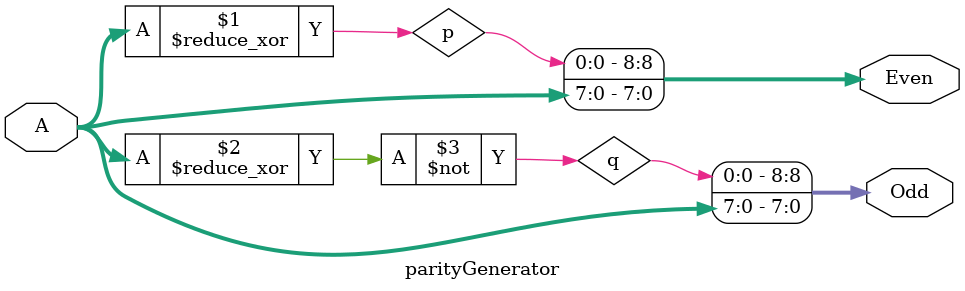
<source format=v>
`timescale 1ns / 1ps
module parityGenerator(
    input [7:0] A,
    output [8:0] Even,
    output [8:0] Odd
    );

wire p, q;

assign p = ^A;
assign q = ~(^A);

assign Even = {p, A};

assign Odd = {q, A};

endmodule

</source>
